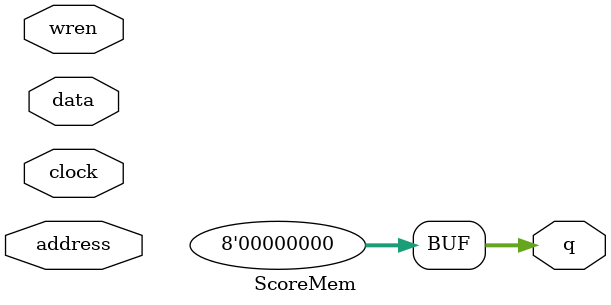
<source format=v>
module ScoreMem(	// file.cleaned.mlir:2:3
  input  [14:0] address,	// file.cleaned.mlir:2:26
  input         clock,	// file.cleaned.mlir:2:45
  input  [7:0]  data,	// file.cleaned.mlir:2:61
  input         wren,	// file.cleaned.mlir:2:76
  output [7:0]  q	// file.cleaned.mlir:2:92
);

  assign q = 8'h0;	// file.cleaned.mlir:3:14, :4:5
endmodule


</source>
